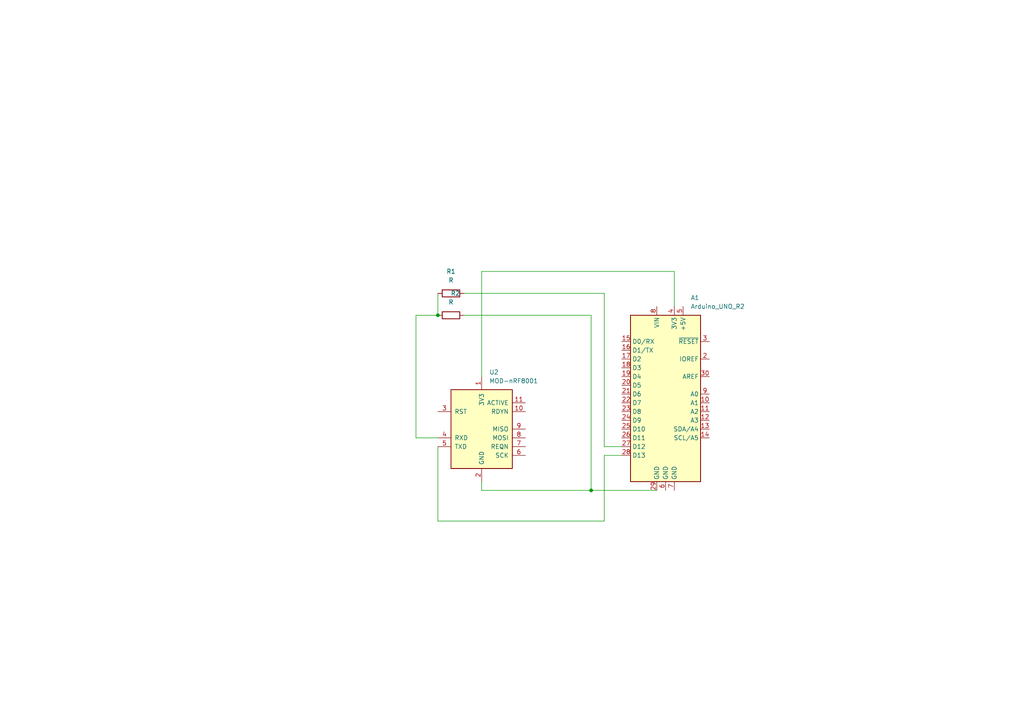
<source format=kicad_sch>
(kicad_sch
	(version 20231120)
	(generator "eeschema")
	(generator_version "8.0")
	(uuid "75407b48-968f-49d1-b15f-8cfe17025c5e")
	(paper "A4")
	(lib_symbols
		(symbol "Device:R"
			(pin_numbers hide)
			(pin_names
				(offset 0)
			)
			(exclude_from_sim no)
			(in_bom yes)
			(on_board yes)
			(property "Reference" "R"
				(at 2.032 0 90)
				(effects
					(font
						(size 1.27 1.27)
					)
				)
			)
			(property "Value" "R"
				(at 0 0 90)
				(effects
					(font
						(size 1.27 1.27)
					)
				)
			)
			(property "Footprint" ""
				(at -1.778 0 90)
				(effects
					(font
						(size 1.27 1.27)
					)
					(hide yes)
				)
			)
			(property "Datasheet" "~"
				(at 0 0 0)
				(effects
					(font
						(size 1.27 1.27)
					)
					(hide yes)
				)
			)
			(property "Description" "Resistor"
				(at 0 0 0)
				(effects
					(font
						(size 1.27 1.27)
					)
					(hide yes)
				)
			)
			(property "ki_keywords" "R res resistor"
				(at 0 0 0)
				(effects
					(font
						(size 1.27 1.27)
					)
					(hide yes)
				)
			)
			(property "ki_fp_filters" "R_*"
				(at 0 0 0)
				(effects
					(font
						(size 1.27 1.27)
					)
					(hide yes)
				)
			)
			(symbol "R_0_1"
				(rectangle
					(start -1.016 -2.54)
					(end 1.016 2.54)
					(stroke
						(width 0.254)
						(type default)
					)
					(fill
						(type none)
					)
				)
			)
			(symbol "R_1_1"
				(pin passive line
					(at 0 3.81 270)
					(length 1.27)
					(name "~"
						(effects
							(font
								(size 1.27 1.27)
							)
						)
					)
					(number "1"
						(effects
							(font
								(size 1.27 1.27)
							)
						)
					)
				)
				(pin passive line
					(at 0 -3.81 90)
					(length 1.27)
					(name "~"
						(effects
							(font
								(size 1.27 1.27)
							)
						)
					)
					(number "2"
						(effects
							(font
								(size 1.27 1.27)
							)
						)
					)
				)
			)
		)
		(symbol "MCU_Module:Arduino_UNO_R2"
			(exclude_from_sim no)
			(in_bom yes)
			(on_board yes)
			(property "Reference" "A"
				(at -10.16 23.495 0)
				(effects
					(font
						(size 1.27 1.27)
					)
					(justify left bottom)
				)
			)
			(property "Value" "Arduino_UNO_R2"
				(at 5.08 -26.67 0)
				(effects
					(font
						(size 1.27 1.27)
					)
					(justify left top)
				)
			)
			(property "Footprint" "Module:Arduino_UNO_R2"
				(at 0 0 0)
				(effects
					(font
						(size 1.27 1.27)
						(italic yes)
					)
					(hide yes)
				)
			)
			(property "Datasheet" "https://www.arduino.cc/en/Main/arduinoBoardUno"
				(at 0 0 0)
				(effects
					(font
						(size 1.27 1.27)
					)
					(hide yes)
				)
			)
			(property "Description" "Arduino UNO Microcontroller Module, release 2"
				(at 0 0 0)
				(effects
					(font
						(size 1.27 1.27)
					)
					(hide yes)
				)
			)
			(property "ki_keywords" "Arduino UNO R3 Microcontroller Module Atmel AVR USB"
				(at 0 0 0)
				(effects
					(font
						(size 1.27 1.27)
					)
					(hide yes)
				)
			)
			(property "ki_fp_filters" "Arduino*UNO*R2*"
				(at 0 0 0)
				(effects
					(font
						(size 1.27 1.27)
					)
					(hide yes)
				)
			)
			(symbol "Arduino_UNO_R2_0_1"
				(rectangle
					(start -10.16 22.86)
					(end 10.16 -25.4)
					(stroke
						(width 0.254)
						(type default)
					)
					(fill
						(type background)
					)
				)
			)
			(symbol "Arduino_UNO_R2_1_1"
				(pin no_connect line
					(at -10.16 -20.32 0)
					(length 2.54) hide
					(name "NC"
						(effects
							(font
								(size 1.27 1.27)
							)
						)
					)
					(number "1"
						(effects
							(font
								(size 1.27 1.27)
							)
						)
					)
				)
				(pin bidirectional line
					(at 12.7 -2.54 180)
					(length 2.54)
					(name "A1"
						(effects
							(font
								(size 1.27 1.27)
							)
						)
					)
					(number "10"
						(effects
							(font
								(size 1.27 1.27)
							)
						)
					)
				)
				(pin bidirectional line
					(at 12.7 -5.08 180)
					(length 2.54)
					(name "A2"
						(effects
							(font
								(size 1.27 1.27)
							)
						)
					)
					(number "11"
						(effects
							(font
								(size 1.27 1.27)
							)
						)
					)
				)
				(pin bidirectional line
					(at 12.7 -7.62 180)
					(length 2.54)
					(name "A3"
						(effects
							(font
								(size 1.27 1.27)
							)
						)
					)
					(number "12"
						(effects
							(font
								(size 1.27 1.27)
							)
						)
					)
				)
				(pin bidirectional line
					(at 12.7 -10.16 180)
					(length 2.54)
					(name "SDA/A4"
						(effects
							(font
								(size 1.27 1.27)
							)
						)
					)
					(number "13"
						(effects
							(font
								(size 1.27 1.27)
							)
						)
					)
				)
				(pin bidirectional line
					(at 12.7 -12.7 180)
					(length 2.54)
					(name "SCL/A5"
						(effects
							(font
								(size 1.27 1.27)
							)
						)
					)
					(number "14"
						(effects
							(font
								(size 1.27 1.27)
							)
						)
					)
				)
				(pin bidirectional line
					(at -12.7 15.24 0)
					(length 2.54)
					(name "D0/RX"
						(effects
							(font
								(size 1.27 1.27)
							)
						)
					)
					(number "15"
						(effects
							(font
								(size 1.27 1.27)
							)
						)
					)
				)
				(pin bidirectional line
					(at -12.7 12.7 0)
					(length 2.54)
					(name "D1/TX"
						(effects
							(font
								(size 1.27 1.27)
							)
						)
					)
					(number "16"
						(effects
							(font
								(size 1.27 1.27)
							)
						)
					)
				)
				(pin bidirectional line
					(at -12.7 10.16 0)
					(length 2.54)
					(name "D2"
						(effects
							(font
								(size 1.27 1.27)
							)
						)
					)
					(number "17"
						(effects
							(font
								(size 1.27 1.27)
							)
						)
					)
				)
				(pin bidirectional line
					(at -12.7 7.62 0)
					(length 2.54)
					(name "D3"
						(effects
							(font
								(size 1.27 1.27)
							)
						)
					)
					(number "18"
						(effects
							(font
								(size 1.27 1.27)
							)
						)
					)
				)
				(pin bidirectional line
					(at -12.7 5.08 0)
					(length 2.54)
					(name "D4"
						(effects
							(font
								(size 1.27 1.27)
							)
						)
					)
					(number "19"
						(effects
							(font
								(size 1.27 1.27)
							)
						)
					)
				)
				(pin output line
					(at 12.7 10.16 180)
					(length 2.54)
					(name "IOREF"
						(effects
							(font
								(size 1.27 1.27)
							)
						)
					)
					(number "2"
						(effects
							(font
								(size 1.27 1.27)
							)
						)
					)
				)
				(pin bidirectional line
					(at -12.7 2.54 0)
					(length 2.54)
					(name "D5"
						(effects
							(font
								(size 1.27 1.27)
							)
						)
					)
					(number "20"
						(effects
							(font
								(size 1.27 1.27)
							)
						)
					)
				)
				(pin bidirectional line
					(at -12.7 0 0)
					(length 2.54)
					(name "D6"
						(effects
							(font
								(size 1.27 1.27)
							)
						)
					)
					(number "21"
						(effects
							(font
								(size 1.27 1.27)
							)
						)
					)
				)
				(pin bidirectional line
					(at -12.7 -2.54 0)
					(length 2.54)
					(name "D7"
						(effects
							(font
								(size 1.27 1.27)
							)
						)
					)
					(number "22"
						(effects
							(font
								(size 1.27 1.27)
							)
						)
					)
				)
				(pin bidirectional line
					(at -12.7 -5.08 0)
					(length 2.54)
					(name "D8"
						(effects
							(font
								(size 1.27 1.27)
							)
						)
					)
					(number "23"
						(effects
							(font
								(size 1.27 1.27)
							)
						)
					)
				)
				(pin bidirectional line
					(at -12.7 -7.62 0)
					(length 2.54)
					(name "D9"
						(effects
							(font
								(size 1.27 1.27)
							)
						)
					)
					(number "24"
						(effects
							(font
								(size 1.27 1.27)
							)
						)
					)
				)
				(pin bidirectional line
					(at -12.7 -10.16 0)
					(length 2.54)
					(name "D10"
						(effects
							(font
								(size 1.27 1.27)
							)
						)
					)
					(number "25"
						(effects
							(font
								(size 1.27 1.27)
							)
						)
					)
				)
				(pin bidirectional line
					(at -12.7 -12.7 0)
					(length 2.54)
					(name "D11"
						(effects
							(font
								(size 1.27 1.27)
							)
						)
					)
					(number "26"
						(effects
							(font
								(size 1.27 1.27)
							)
						)
					)
				)
				(pin bidirectional line
					(at -12.7 -15.24 0)
					(length 2.54)
					(name "D12"
						(effects
							(font
								(size 1.27 1.27)
							)
						)
					)
					(number "27"
						(effects
							(font
								(size 1.27 1.27)
							)
						)
					)
				)
				(pin bidirectional line
					(at -12.7 -17.78 0)
					(length 2.54)
					(name "D13"
						(effects
							(font
								(size 1.27 1.27)
							)
						)
					)
					(number "28"
						(effects
							(font
								(size 1.27 1.27)
							)
						)
					)
				)
				(pin power_in line
					(at -2.54 -27.94 90)
					(length 2.54)
					(name "GND"
						(effects
							(font
								(size 1.27 1.27)
							)
						)
					)
					(number "29"
						(effects
							(font
								(size 1.27 1.27)
							)
						)
					)
				)
				(pin input line
					(at 12.7 15.24 180)
					(length 2.54)
					(name "~{RESET}"
						(effects
							(font
								(size 1.27 1.27)
							)
						)
					)
					(number "3"
						(effects
							(font
								(size 1.27 1.27)
							)
						)
					)
				)
				(pin input line
					(at 12.7 5.08 180)
					(length 2.54)
					(name "AREF"
						(effects
							(font
								(size 1.27 1.27)
							)
						)
					)
					(number "30"
						(effects
							(font
								(size 1.27 1.27)
							)
						)
					)
				)
				(pin power_out line
					(at 2.54 25.4 270)
					(length 2.54)
					(name "3V3"
						(effects
							(font
								(size 1.27 1.27)
							)
						)
					)
					(number "4"
						(effects
							(font
								(size 1.27 1.27)
							)
						)
					)
				)
				(pin power_out line
					(at 5.08 25.4 270)
					(length 2.54)
					(name "+5V"
						(effects
							(font
								(size 1.27 1.27)
							)
						)
					)
					(number "5"
						(effects
							(font
								(size 1.27 1.27)
							)
						)
					)
				)
				(pin power_in line
					(at 0 -27.94 90)
					(length 2.54)
					(name "GND"
						(effects
							(font
								(size 1.27 1.27)
							)
						)
					)
					(number "6"
						(effects
							(font
								(size 1.27 1.27)
							)
						)
					)
				)
				(pin power_in line
					(at 2.54 -27.94 90)
					(length 2.54)
					(name "GND"
						(effects
							(font
								(size 1.27 1.27)
							)
						)
					)
					(number "7"
						(effects
							(font
								(size 1.27 1.27)
							)
						)
					)
				)
				(pin power_in line
					(at -2.54 25.4 270)
					(length 2.54)
					(name "VIN"
						(effects
							(font
								(size 1.27 1.27)
							)
						)
					)
					(number "8"
						(effects
							(font
								(size 1.27 1.27)
							)
						)
					)
				)
				(pin bidirectional line
					(at 12.7 0 180)
					(length 2.54)
					(name "A0"
						(effects
							(font
								(size 1.27 1.27)
							)
						)
					)
					(number "9"
						(effects
							(font
								(size 1.27 1.27)
							)
						)
					)
				)
			)
		)
		(symbol "RF_Bluetooth:MOD-nRF8001"
			(pin_names
				(offset 1.016)
			)
			(exclude_from_sim no)
			(in_bom yes)
			(on_board yes)
			(property "Reference" "U"
				(at -7.62 12.7 0)
				(effects
					(font
						(size 1.27 1.27)
					)
				)
			)
			(property "Value" "MOD-nRF8001"
				(at 7.62 -12.7 0)
				(effects
					(font
						(size 1.27 1.27)
					)
				)
			)
			(property "Footprint" "RF_Module:MOD-nRF8001"
				(at 1.27 1.27 0)
				(effects
					(font
						(size 1.27 1.27)
					)
					(hide yes)
				)
			)
			(property "Datasheet" "https://www.olimex.com/Products/Modules/RF/MOD-nRF8001/"
				(at 1.27 0 0)
				(effects
					(font
						(size 1.27 1.27)
					)
					(hide yes)
				)
			)
			(property "Description" "Bluetooth Low Energy module based on nRF8001 chipset"
				(at 0 0 0)
				(effects
					(font
						(size 1.27 1.27)
					)
					(hide yes)
				)
			)
			(property "ki_keywords" "Bluetooth Low Energy nRF8001"
				(at 0 0 0)
				(effects
					(font
						(size 1.27 1.27)
					)
					(hide yes)
				)
			)
			(property "ki_fp_filters" "MOD?nRF8001*"
				(at 0 0 0)
				(effects
					(font
						(size 1.27 1.27)
					)
					(hide yes)
				)
			)
			(symbol "MOD-nRF8001_0_1"
				(rectangle
					(start -8.89 11.43)
					(end 8.89 -11.43)
					(stroke
						(width 0.254)
						(type default)
					)
					(fill
						(type background)
					)
				)
			)
			(symbol "MOD-nRF8001_1_1"
				(pin power_in line
					(at 0 15.24 270)
					(length 3.81)
					(name "3V3"
						(effects
							(font
								(size 1.27 1.27)
							)
						)
					)
					(number "1"
						(effects
							(font
								(size 1.27 1.27)
							)
						)
					)
				)
				(pin output line
					(at 12.7 5.08 180)
					(length 3.81)
					(name "RDYN"
						(effects
							(font
								(size 1.27 1.27)
							)
						)
					)
					(number "10"
						(effects
							(font
								(size 1.27 1.27)
							)
						)
					)
				)
				(pin output line
					(at 12.7 7.62 180)
					(length 3.81)
					(name "ACTIVE"
						(effects
							(font
								(size 1.27 1.27)
							)
						)
					)
					(number "11"
						(effects
							(font
								(size 1.27 1.27)
							)
						)
					)
				)
				(pin power_in line
					(at 0 -15.24 90)
					(length 3.81)
					(name "GND"
						(effects
							(font
								(size 1.27 1.27)
							)
						)
					)
					(number "2"
						(effects
							(font
								(size 1.27 1.27)
							)
						)
					)
				)
				(pin input line
					(at -12.7 5.08 0)
					(length 3.81)
					(name "RST"
						(effects
							(font
								(size 1.27 1.27)
							)
						)
					)
					(number "3"
						(effects
							(font
								(size 1.27 1.27)
							)
						)
					)
				)
				(pin input line
					(at -12.7 -2.54 0)
					(length 3.81)
					(name "RXD"
						(effects
							(font
								(size 1.27 1.27)
							)
						)
					)
					(number "4"
						(effects
							(font
								(size 1.27 1.27)
							)
						)
					)
				)
				(pin output line
					(at -12.7 -5.08 0)
					(length 3.81)
					(name "TXD"
						(effects
							(font
								(size 1.27 1.27)
							)
						)
					)
					(number "5"
						(effects
							(font
								(size 1.27 1.27)
							)
						)
					)
				)
				(pin input line
					(at 12.7 -7.62 180)
					(length 3.81)
					(name "SCK"
						(effects
							(font
								(size 1.27 1.27)
							)
						)
					)
					(number "6"
						(effects
							(font
								(size 1.27 1.27)
							)
						)
					)
				)
				(pin input line
					(at 12.7 -5.08 180)
					(length 3.81)
					(name "REQN"
						(effects
							(font
								(size 1.27 1.27)
							)
						)
					)
					(number "7"
						(effects
							(font
								(size 1.27 1.27)
							)
						)
					)
				)
				(pin input line
					(at 12.7 -2.54 180)
					(length 3.81)
					(name "MOSI"
						(effects
							(font
								(size 1.27 1.27)
							)
						)
					)
					(number "8"
						(effects
							(font
								(size 1.27 1.27)
							)
						)
					)
				)
				(pin output line
					(at 12.7 0 180)
					(length 3.81)
					(name "MISO"
						(effects
							(font
								(size 1.27 1.27)
							)
						)
					)
					(number "9"
						(effects
							(font
								(size 1.27 1.27)
							)
						)
					)
				)
			)
		)
	)
	(junction
		(at 171.45 142.24)
		(diameter 0)
		(color 0 0 0 0)
		(uuid "4310298f-2f25-483f-9c2c-9e1c49cb923f")
	)
	(junction
		(at 127 91.44)
		(diameter 0)
		(color 0 0 0 0)
		(uuid "a2d4bc74-6e63-4291-b885-db6de6e5aaf2")
	)
	(wire
		(pts
			(xy 195.58 78.74) (xy 195.58 88.9)
		)
		(stroke
			(width 0)
			(type default)
		)
		(uuid "0bae8f92-055e-4e51-937d-3fe815c2cf89")
	)
	(wire
		(pts
			(xy 134.62 85.09) (xy 175.26 85.09)
		)
		(stroke
			(width 0)
			(type default)
		)
		(uuid "19e21e92-824d-4797-9a44-c01b6ea532c2")
	)
	(wire
		(pts
			(xy 120.65 127) (xy 120.65 91.44)
		)
		(stroke
			(width 0)
			(type default)
		)
		(uuid "1b7134c9-d6d4-46d4-b109-80cc326e276d")
	)
	(wire
		(pts
			(xy 127 129.54) (xy 127 151.13)
		)
		(stroke
			(width 0)
			(type default)
		)
		(uuid "34f82afc-0f26-4527-b3f2-e9d171290896")
	)
	(wire
		(pts
			(xy 139.7 142.24) (xy 171.45 142.24)
		)
		(stroke
			(width 0)
			(type default)
		)
		(uuid "5691a3fe-f071-4329-94ae-76a34c1f488d")
	)
	(wire
		(pts
			(xy 139.7 78.74) (xy 195.58 78.74)
		)
		(stroke
			(width 0)
			(type default)
		)
		(uuid "5e516d90-012e-4722-82cb-9202b70346e1")
	)
	(wire
		(pts
			(xy 139.7 78.74) (xy 139.7 109.22)
		)
		(stroke
			(width 0)
			(type default)
		)
		(uuid "7ad6a821-d4d5-4aef-8561-94005a5f81dd")
	)
	(wire
		(pts
			(xy 171.45 91.44) (xy 171.45 142.24)
		)
		(stroke
			(width 0)
			(type default)
		)
		(uuid "8c185ec9-512d-4f32-91c2-5d05dc6a2668")
	)
	(wire
		(pts
			(xy 127 151.13) (xy 175.26 151.13)
		)
		(stroke
			(width 0)
			(type default)
		)
		(uuid "8e558509-2e42-43b8-a433-b2fb96e7b586")
	)
	(wire
		(pts
			(xy 127 127) (xy 120.65 127)
		)
		(stroke
			(width 0)
			(type default)
		)
		(uuid "936fa0ba-02d5-4b4b-ba75-e11d83da73cb")
	)
	(wire
		(pts
			(xy 175.26 151.13) (xy 175.26 132.08)
		)
		(stroke
			(width 0)
			(type default)
		)
		(uuid "a0e37459-c327-432f-8b43-eca8c7ad2260")
	)
	(wire
		(pts
			(xy 120.65 91.44) (xy 127 91.44)
		)
		(stroke
			(width 0)
			(type default)
		)
		(uuid "a1cf8d64-bd19-420c-a170-9824501b402b")
	)
	(wire
		(pts
			(xy 171.45 142.24) (xy 190.5 142.24)
		)
		(stroke
			(width 0)
			(type default)
		)
		(uuid "b14160e3-379a-4769-b4ca-3cdbe250e8ca")
	)
	(wire
		(pts
			(xy 134.62 91.44) (xy 171.45 91.44)
		)
		(stroke
			(width 0)
			(type default)
		)
		(uuid "bbe94b25-2b46-47ad-b5ec-1fdc8cce9162")
	)
	(wire
		(pts
			(xy 139.7 139.7) (xy 139.7 142.24)
		)
		(stroke
			(width 0)
			(type default)
		)
		(uuid "bfd0db1a-6122-4daa-9c6c-f5b032253d2b")
	)
	(wire
		(pts
			(xy 175.26 129.54) (xy 180.34 129.54)
		)
		(stroke
			(width 0)
			(type default)
		)
		(uuid "ce6f70af-77ed-4af6-a8ab-e46887f04a29")
	)
	(wire
		(pts
			(xy 175.26 132.08) (xy 180.34 132.08)
		)
		(stroke
			(width 0)
			(type default)
		)
		(uuid "cfdecf33-6238-4cc6-93b4-16e3eb71a9bd")
	)
	(wire
		(pts
			(xy 175.26 85.09) (xy 175.26 129.54)
		)
		(stroke
			(width 0)
			(type default)
		)
		(uuid "e0693163-52fb-4952-9826-01e8ff2b1b6c")
	)
	(wire
		(pts
			(xy 127 85.09) (xy 127 91.44)
		)
		(stroke
			(width 0)
			(type default)
		)
		(uuid "f8ba3eba-e26c-4853-9b2b-249865f8ecf5")
	)
	(symbol
		(lib_id "Device:R")
		(at 130.81 91.44 270)
		(unit 1)
		(exclude_from_sim no)
		(in_bom yes)
		(on_board yes)
		(dnp no)
		(uuid "81fa4b4b-c4f0-4037-a3e9-097c55c8695b")
		(property "Reference" "R2"
			(at 132.08 85.09 90)
			(effects
				(font
					(size 1.27 1.27)
				)
			)
		)
		(property "Value" "R"
			(at 130.81 87.63 90)
			(effects
				(font
					(size 1.27 1.27)
				)
			)
		)
		(property "Footprint" ""
			(at 130.81 89.662 90)
			(effects
				(font
					(size 1.27 1.27)
				)
				(hide yes)
			)
		)
		(property "Datasheet" "~"
			(at 130.81 91.44 0)
			(effects
				(font
					(size 1.27 1.27)
				)
				(hide yes)
			)
		)
		(property "Description" "Resistor"
			(at 130.81 91.44 0)
			(effects
				(font
					(size 1.27 1.27)
				)
				(hide yes)
			)
		)
		(pin "1"
			(uuid "a2b76d51-c86c-492d-a34b-76341062c721")
		)
		(pin "2"
			(uuid "7beb379e-a343-4afe-ba37-b47bc1b15551")
		)
		(instances
			(project "bluetooth schematic"
				(path "/75407b48-968f-49d1-b15f-8cfe17025c5e"
					(reference "R2")
					(unit 1)
				)
			)
		)
	)
	(symbol
		(lib_id "Device:R")
		(at 130.81 85.09 270)
		(unit 1)
		(exclude_from_sim no)
		(in_bom yes)
		(on_board yes)
		(dnp no)
		(fields_autoplaced yes)
		(uuid "a4fc405d-6c77-430c-b63b-0872e1af9b06")
		(property "Reference" "R1"
			(at 130.81 78.74 90)
			(effects
				(font
					(size 1.27 1.27)
				)
			)
		)
		(property "Value" "R"
			(at 130.81 81.28 90)
			(effects
				(font
					(size 1.27 1.27)
				)
			)
		)
		(property "Footprint" ""
			(at 130.81 83.312 90)
			(effects
				(font
					(size 1.27 1.27)
				)
				(hide yes)
			)
		)
		(property "Datasheet" "~"
			(at 130.81 85.09 0)
			(effects
				(font
					(size 1.27 1.27)
				)
				(hide yes)
			)
		)
		(property "Description" "Resistor"
			(at 130.81 85.09 0)
			(effects
				(font
					(size 1.27 1.27)
				)
				(hide yes)
			)
		)
		(pin "1"
			(uuid "f8e0f5bd-c2ce-4546-b9c4-9a1a0d216b22")
		)
		(pin "2"
			(uuid "32ad1c9b-36dd-4012-9fe3-1fcab0bd60e0")
		)
		(instances
			(project ""
				(path "/75407b48-968f-49d1-b15f-8cfe17025c5e"
					(reference "R1")
					(unit 1)
				)
			)
		)
	)
	(symbol
		(lib_id "RF_Bluetooth:MOD-nRF8001")
		(at 139.7 124.46 0)
		(unit 1)
		(exclude_from_sim no)
		(in_bom yes)
		(on_board yes)
		(dnp no)
		(fields_autoplaced yes)
		(uuid "b835e182-e727-45da-b536-163affd7298a")
		(property "Reference" "U2"
			(at 141.8941 107.95 0)
			(effects
				(font
					(size 1.27 1.27)
				)
				(justify left)
			)
		)
		(property "Value" "MOD-nRF8001"
			(at 141.8941 110.49 0)
			(effects
				(font
					(size 1.27 1.27)
				)
				(justify left)
			)
		)
		(property "Footprint" "RF_Module:MOD-nRF8001"
			(at 140.97 123.19 0)
			(effects
				(font
					(size 1.27 1.27)
				)
				(hide yes)
			)
		)
		(property "Datasheet" "https://www.olimex.com/Products/Modules/RF/MOD-nRF8001/"
			(at 140.97 124.46 0)
			(effects
				(font
					(size 1.27 1.27)
				)
				(hide yes)
			)
		)
		(property "Description" "Bluetooth Low Energy module based on nRF8001 chipset"
			(at 139.7 124.46 0)
			(effects
				(font
					(size 1.27 1.27)
				)
				(hide yes)
			)
		)
		(pin "5"
			(uuid "05f00517-d171-4e7f-813c-5e3638b2853a")
		)
		(pin "6"
			(uuid "dec0293d-0589-477b-a3fc-d7c42be5482f")
		)
		(pin "4"
			(uuid "6465b02f-2800-40ce-b6ca-3c32c9462d40")
		)
		(pin "10"
			(uuid "12ba4e8b-6a6d-444b-931f-f8122e520348")
		)
		(pin "7"
			(uuid "c2338618-7657-4571-8940-c1766e5852c1")
		)
		(pin "9"
			(uuid "14b08548-017c-44f9-9b8c-0fa348ab7329")
		)
		(pin "8"
			(uuid "bba260e9-500f-47fd-b315-a11905155ef4")
		)
		(pin "3"
			(uuid "2220d75f-4ef7-455e-bb03-8ae60bd6770f")
		)
		(pin "2"
			(uuid "a0ce09f6-3f86-4147-9139-e5260d37b61e")
		)
		(pin "11"
			(uuid "99cc1041-e73d-4653-9583-e479abc7eea2")
		)
		(pin "1"
			(uuid "29ab5bae-cd6a-443b-b5be-7e17fba07205")
		)
		(instances
			(project ""
				(path "/75407b48-968f-49d1-b15f-8cfe17025c5e"
					(reference "U2")
					(unit 1)
				)
			)
		)
	)
	(symbol
		(lib_id "MCU_Module:Arduino_UNO_R2")
		(at 193.04 114.3 0)
		(unit 1)
		(exclude_from_sim no)
		(in_bom yes)
		(on_board yes)
		(dnp no)
		(fields_autoplaced yes)
		(uuid "fce03fe8-e0a4-446a-bc36-84960e27c661")
		(property "Reference" "A1"
			(at 200.3141 86.36 0)
			(effects
				(font
					(size 1.27 1.27)
				)
				(justify left)
			)
		)
		(property "Value" "Arduino_UNO_R2"
			(at 200.3141 88.9 0)
			(effects
				(font
					(size 1.27 1.27)
				)
				(justify left)
			)
		)
		(property "Footprint" "Module:Arduino_UNO_R2"
			(at 193.04 114.3 0)
			(effects
				(font
					(size 1.27 1.27)
					(italic yes)
				)
				(hide yes)
			)
		)
		(property "Datasheet" "https://www.arduino.cc/en/Main/arduinoBoardUno"
			(at 193.04 114.3 0)
			(effects
				(font
					(size 1.27 1.27)
				)
				(hide yes)
			)
		)
		(property "Description" "Arduino UNO Microcontroller Module, release 2"
			(at 193.04 114.3 0)
			(effects
				(font
					(size 1.27 1.27)
				)
				(hide yes)
			)
		)
		(pin "8"
			(uuid "f32f6fd5-ea70-4441-8865-f3a0d6cb9f86")
		)
		(pin "1"
			(uuid "11ec5da1-ef73-47d8-a90f-a60744eda075")
		)
		(pin "17"
			(uuid "34ae02dd-9ce6-4410-bf9e-26f30f48a2b4")
		)
		(pin "11"
			(uuid "83615977-2293-4302-95b0-de599e0f43bc")
		)
		(pin "22"
			(uuid "b86a2a80-3cf4-491c-acf7-696a373a00f6")
		)
		(pin "21"
			(uuid "e7a484b2-86f1-4714-a0f3-e18f165ae0a4")
		)
		(pin "16"
			(uuid "426bc3c2-d710-4c4f-8e0d-d5a440422fca")
		)
		(pin "30"
			(uuid "cb00d9f0-60ff-44da-8f60-f8bd76bd3644")
		)
		(pin "3"
			(uuid "0f2a22d1-5998-494f-a8ec-dbdba9d2ffa0")
		)
		(pin "12"
			(uuid "39d92c84-ef5f-47ba-9318-1018eda3b508")
		)
		(pin "13"
			(uuid "816af3ca-e871-4f5e-84a8-a97f64b49753")
		)
		(pin "27"
			(uuid "b94433da-b3a4-4e09-b1b4-45c11f7c8d32")
		)
		(pin "20"
			(uuid "89bde675-5a03-487d-afdd-2d59f1f568a0")
		)
		(pin "24"
			(uuid "0803f17a-d657-40ac-bc24-a5c8be8614e4")
		)
		(pin "29"
			(uuid "b59841d1-590b-4d86-8108-69fcdf932627")
		)
		(pin "6"
			(uuid "7cb362ab-b8a8-424a-a538-96c7f267a892")
		)
		(pin "25"
			(uuid "632edea3-d3dc-4fa1-9c7b-d343133c3ad3")
		)
		(pin "19"
			(uuid "9dd2e5d5-ec44-4c3e-ade5-649d1da2b428")
		)
		(pin "4"
			(uuid "b00d224c-db5e-4573-9fda-2a6179876ec1")
		)
		(pin "5"
			(uuid "1499e643-bb24-4e05-bf1f-c100fec41f89")
		)
		(pin "7"
			(uuid "2b53573c-a721-43d6-b841-8166afb26237")
		)
		(pin "14"
			(uuid "b31abfd8-8051-4083-b859-350c6d16a5ea")
		)
		(pin "26"
			(uuid "b8f25282-488b-4000-967e-27dcea47bac1")
		)
		(pin "10"
			(uuid "95f41db6-622e-45b6-8688-d64ac345b7d1")
		)
		(pin "9"
			(uuid "68164512-52ad-4255-bb79-c709989fc08a")
		)
		(pin "15"
			(uuid "8a10df7f-263b-4e38-8e69-0a4d4ed051aa")
		)
		(pin "23"
			(uuid "4e1f5c7c-428d-46c6-8f73-55fb7ec651f7")
		)
		(pin "28"
			(uuid "830124c2-de22-4e63-8c91-6c3997fb353f")
		)
		(pin "18"
			(uuid "0a503a31-53a2-4082-b84b-455f874ffa08")
		)
		(pin "2"
			(uuid "1386053b-afd7-4969-8463-8133a4caeeeb")
		)
		(instances
			(project ""
				(path "/75407b48-968f-49d1-b15f-8cfe17025c5e"
					(reference "A1")
					(unit 1)
				)
			)
		)
	)
	(sheet_instances
		(path "/"
			(page "1")
		)
	)
)

</source>
